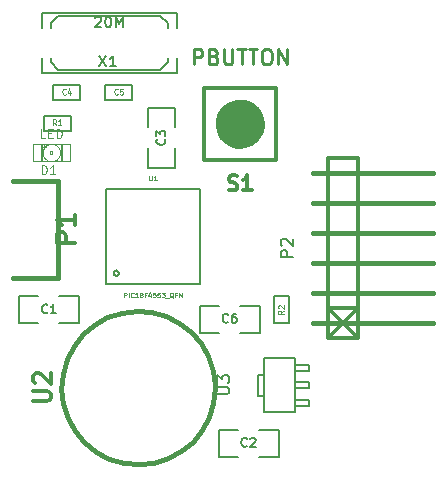
<source format=gto>
G04 (created by PCBNEW-RS274X (2012-01-19 BZR 3256)-stable) date Fri 09 Mar 2012 12:00:35 PM CET*
G01*
G70*
G90*
%MOIN*%
G04 Gerber Fmt 3.4, Leading zero omitted, Abs format*
%FSLAX34Y34*%
G04 APERTURE LIST*
%ADD10C,0.006000*%
%ADD11C,0.005000*%
%ADD12C,0.007900*%
%ADD13C,0.008000*%
%ADD14C,0.012000*%
%ADD15C,0.015000*%
%ADD16C,0.100000*%
%ADD17C,0.002600*%
%ADD18C,0.004000*%
%ADD19C,0.004500*%
%ADD20C,0.003100*%
%ADD21C,0.012500*%
%ADD22C,0.010000*%
%ADD23C,0.003500*%
G04 APERTURE END LIST*
G54D10*
G54D11*
X34528Y-31085D02*
X34528Y-30885D01*
X34528Y-30885D02*
X34058Y-30885D01*
X34528Y-31085D02*
X34058Y-31085D01*
X34528Y-31675D02*
X34058Y-31675D01*
X34528Y-31475D02*
X34058Y-31475D01*
X34528Y-31675D02*
X34528Y-31475D01*
X34528Y-32265D02*
X34528Y-32065D01*
X34528Y-32065D02*
X34058Y-32065D01*
X34528Y-32265D02*
X34058Y-32265D01*
X32833Y-31930D02*
X32833Y-31220D01*
X32833Y-31220D02*
X33028Y-31220D01*
X32833Y-31930D02*
X33028Y-31930D01*
X34058Y-32480D02*
X33028Y-32480D01*
X33028Y-32480D02*
X33028Y-30670D01*
X33028Y-30670D02*
X34058Y-30670D01*
X34058Y-30670D02*
X34058Y-32480D01*
X26866Y-29505D02*
X26866Y-28605D01*
X26866Y-28605D02*
X26216Y-28605D01*
X25516Y-29505D02*
X24866Y-29505D01*
X24866Y-29505D02*
X24866Y-28605D01*
X24866Y-28605D02*
X25516Y-28605D01*
X26216Y-29505D02*
X26866Y-29505D01*
X31520Y-33054D02*
X31520Y-33954D01*
X31520Y-33954D02*
X32170Y-33954D01*
X32870Y-33054D02*
X33520Y-33054D01*
X33520Y-33054D02*
X33520Y-33954D01*
X33520Y-33954D02*
X32870Y-33954D01*
X32170Y-33054D02*
X31520Y-33054D01*
X29176Y-24327D02*
X30076Y-24327D01*
X30076Y-24327D02*
X30076Y-23677D01*
X29176Y-22977D02*
X29176Y-22327D01*
X29176Y-22327D02*
X30076Y-22327D01*
X30076Y-22327D02*
X30076Y-22977D01*
X29176Y-23677D02*
X29176Y-24327D01*
X32890Y-29820D02*
X32890Y-28920D01*
X32890Y-28920D02*
X32240Y-28920D01*
X31540Y-29820D02*
X30890Y-29820D01*
X30890Y-29820D02*
X30890Y-28920D01*
X30890Y-28920D02*
X31540Y-28920D01*
X32240Y-29820D02*
X32890Y-29820D01*
X26007Y-21561D02*
X26907Y-21561D01*
X26907Y-21561D02*
X26907Y-22061D01*
X26907Y-22061D02*
X26007Y-22061D01*
X26007Y-22061D02*
X26007Y-21561D01*
X28639Y-22061D02*
X27739Y-22061D01*
X27739Y-22061D02*
X27739Y-21561D01*
X27739Y-21561D02*
X28639Y-21561D01*
X28639Y-21561D02*
X28639Y-22061D01*
X33372Y-29505D02*
X33372Y-28605D01*
X33372Y-28605D02*
X33872Y-28605D01*
X33872Y-28605D02*
X33872Y-29505D01*
X33872Y-29505D02*
X33372Y-29505D01*
X25692Y-22585D02*
X26592Y-22585D01*
X26592Y-22585D02*
X26592Y-23085D01*
X26592Y-23085D02*
X25692Y-23085D01*
X25692Y-23085D02*
X25692Y-22585D01*
G54D12*
X28198Y-27834D02*
X28196Y-27850D01*
X28191Y-27867D01*
X28183Y-27882D01*
X28172Y-27895D01*
X28159Y-27906D01*
X28144Y-27914D01*
X28128Y-27919D01*
X28111Y-27920D01*
X28095Y-27919D01*
X28079Y-27914D01*
X28064Y-27906D01*
X28051Y-27896D01*
X28040Y-27883D01*
X28032Y-27868D01*
X28026Y-27852D01*
X28025Y-27835D01*
X28026Y-27819D01*
X28031Y-27802D01*
X28038Y-27787D01*
X28049Y-27774D01*
X28062Y-27763D01*
X28077Y-27755D01*
X28093Y-27750D01*
X28110Y-27748D01*
X28126Y-27749D01*
X28142Y-27753D01*
X28157Y-27761D01*
X28170Y-27771D01*
X28182Y-27784D01*
X28190Y-27799D01*
X28195Y-27815D01*
X28197Y-27832D01*
X28198Y-27834D01*
X27756Y-28189D02*
X30906Y-28189D01*
X30906Y-28189D02*
X30906Y-25039D01*
X30906Y-25039D02*
X27756Y-25039D01*
X27756Y-25039D02*
X27756Y-28189D01*
G54D13*
X29824Y-20807D02*
X29824Y-20657D01*
X29824Y-19507D02*
X29824Y-19657D01*
X25924Y-19507D02*
X25924Y-19657D01*
X25924Y-20807D02*
X25924Y-20657D01*
X25624Y-21157D02*
X25624Y-20657D01*
X25624Y-19157D02*
X25624Y-19657D01*
X30124Y-19157D02*
X30124Y-19657D01*
X30124Y-21157D02*
X30124Y-20657D01*
X29824Y-19507D02*
X29574Y-19257D01*
X29574Y-19257D02*
X26174Y-19257D01*
X26174Y-19257D02*
X25924Y-19507D01*
X25924Y-20807D02*
X26174Y-21057D01*
X26174Y-21057D02*
X29574Y-21057D01*
X29574Y-21057D02*
X29824Y-20807D01*
X25624Y-19157D02*
X30124Y-19157D01*
X30124Y-21157D02*
X25624Y-21157D01*
G54D14*
X36185Y-30008D02*
X35185Y-29008D01*
X35185Y-29008D02*
X36185Y-29008D01*
X36185Y-29008D02*
X35185Y-30008D01*
G54D15*
X34685Y-29508D02*
X38685Y-29508D01*
X34685Y-24508D02*
X38685Y-24508D01*
X34685Y-25508D02*
X38685Y-25508D01*
X34685Y-26508D02*
X38685Y-26508D01*
X38685Y-27508D02*
X34685Y-27508D01*
X34685Y-28508D02*
X38685Y-28508D01*
G54D14*
X36185Y-30008D02*
X35185Y-30008D01*
X35185Y-30008D02*
X35185Y-24008D01*
X35185Y-24008D02*
X36185Y-24008D01*
X36185Y-24008D02*
X36185Y-30008D01*
X33444Y-24074D02*
X31044Y-24074D01*
X31044Y-24074D02*
X31044Y-21674D01*
X31044Y-21674D02*
X33444Y-21674D01*
X33444Y-21674D02*
X33444Y-24074D01*
G54D16*
X32560Y-22874D02*
X32553Y-22935D01*
X32536Y-22994D01*
X32507Y-23048D01*
X32468Y-23096D01*
X32420Y-23135D01*
X32366Y-23165D01*
X32307Y-23183D01*
X32246Y-23189D01*
X32185Y-23184D01*
X32126Y-23166D01*
X32071Y-23138D01*
X32023Y-23099D01*
X31984Y-23052D01*
X31954Y-22998D01*
X31935Y-22939D01*
X31929Y-22878D01*
X31934Y-22817D01*
X31951Y-22758D01*
X31979Y-22703D01*
X32017Y-22655D01*
X32064Y-22615D01*
X32118Y-22585D01*
X32177Y-22566D01*
X32238Y-22559D01*
X32298Y-22563D01*
X32358Y-22580D01*
X32413Y-22608D01*
X32461Y-22646D01*
X32502Y-22692D01*
X32532Y-22746D01*
X32552Y-22804D01*
X32559Y-22866D01*
X32560Y-22874D01*
G54D15*
X31398Y-31654D02*
X31349Y-32151D01*
X31204Y-32629D01*
X30970Y-33070D01*
X30654Y-33457D01*
X30269Y-33775D01*
X29830Y-34013D01*
X29353Y-34160D01*
X28856Y-34212D01*
X28360Y-34167D01*
X27881Y-34026D01*
X27438Y-33795D01*
X27049Y-33482D01*
X26728Y-33099D01*
X26487Y-32662D01*
X26336Y-32186D01*
X26281Y-31689D01*
X26323Y-31193D01*
X26460Y-30712D01*
X26688Y-30268D01*
X26999Y-29877D01*
X27379Y-29553D01*
X27815Y-29310D01*
X28290Y-29155D01*
X28786Y-29096D01*
X29283Y-29134D01*
X29764Y-29269D01*
X30210Y-29494D01*
X30603Y-29801D01*
X30930Y-30179D01*
X31176Y-30614D01*
X31334Y-31088D01*
X31397Y-31583D01*
X31398Y-31654D01*
X26161Y-26378D02*
X26161Y-24764D01*
X26122Y-24764D02*
X24665Y-24764D01*
X26161Y-26378D02*
X26161Y-27992D01*
X26161Y-27992D02*
X24665Y-27992D01*
G54D17*
X25984Y-23780D02*
X25906Y-23780D01*
X25906Y-23780D02*
X25906Y-23858D01*
X25984Y-23858D02*
X25906Y-23858D01*
X25984Y-23780D02*
X25984Y-23858D01*
X25768Y-23544D02*
X25631Y-23544D01*
X25631Y-23544D02*
X25631Y-23642D01*
X25768Y-23642D02*
X25631Y-23642D01*
X25768Y-23544D02*
X25768Y-23642D01*
X25631Y-23544D02*
X25591Y-23544D01*
X25591Y-23544D02*
X25591Y-24015D01*
X25631Y-24015D02*
X25591Y-24015D01*
X25631Y-23544D02*
X25631Y-24015D01*
X25631Y-24035D02*
X25591Y-24035D01*
X25591Y-24035D02*
X25591Y-24094D01*
X25631Y-24094D02*
X25591Y-24094D01*
X25631Y-24035D02*
X25631Y-24094D01*
X26299Y-23544D02*
X26259Y-23544D01*
X26259Y-23544D02*
X26259Y-24015D01*
X26299Y-24015D02*
X26259Y-24015D01*
X26299Y-23544D02*
X26299Y-24015D01*
X26299Y-24035D02*
X26259Y-24035D01*
X26259Y-24035D02*
X26259Y-24094D01*
X26299Y-24094D02*
X26259Y-24094D01*
X26299Y-24035D02*
X26299Y-24094D01*
X25768Y-23544D02*
X25709Y-23544D01*
X25709Y-23544D02*
X25709Y-23642D01*
X25768Y-23642D02*
X25709Y-23642D01*
X25768Y-23544D02*
X25768Y-23642D01*
G54D18*
X25335Y-23524D02*
X26555Y-23524D01*
X26555Y-23524D02*
X26555Y-24114D01*
X26555Y-24114D02*
X25335Y-24114D01*
X25335Y-24114D02*
X25335Y-23524D01*
X26159Y-23623D02*
X26141Y-23605D01*
X26122Y-23589D01*
X26101Y-23574D01*
X26079Y-23562D01*
X26056Y-23551D01*
X26032Y-23542D01*
X26008Y-23536D01*
X25983Y-23531D01*
X25958Y-23529D01*
X25933Y-23529D01*
X25908Y-23531D01*
X25883Y-23535D01*
X25858Y-23542D01*
X25835Y-23550D01*
X25812Y-23561D01*
X25790Y-23574D01*
X25769Y-23588D01*
X25749Y-23605D01*
X25731Y-23623D01*
X25730Y-23624D01*
X26160Y-24014D02*
X26176Y-23995D01*
X26190Y-23974D01*
X26203Y-23952D01*
X26214Y-23929D01*
X26222Y-23905D01*
X26229Y-23880D01*
X26233Y-23855D01*
X26235Y-23830D01*
X26235Y-23806D01*
X26233Y-23781D01*
X26228Y-23756D01*
X26222Y-23731D01*
X26213Y-23707D01*
X26202Y-23684D01*
X26189Y-23662D01*
X26175Y-23642D01*
X26160Y-23624D01*
X25731Y-24015D02*
X25749Y-24033D01*
X25768Y-24049D01*
X25789Y-24064D01*
X25811Y-24076D01*
X25834Y-24087D01*
X25858Y-24096D01*
X25882Y-24102D01*
X25907Y-24107D01*
X25932Y-24109D01*
X25957Y-24109D01*
X25982Y-24107D01*
X26007Y-24103D01*
X26032Y-24096D01*
X26055Y-24088D01*
X26078Y-24077D01*
X26100Y-24064D01*
X26121Y-24050D01*
X26141Y-24033D01*
X26159Y-24015D01*
X26160Y-24014D01*
X25730Y-23624D02*
X25714Y-23643D01*
X25700Y-23664D01*
X25687Y-23686D01*
X25676Y-23709D01*
X25668Y-23733D01*
X25661Y-23758D01*
X25657Y-23783D01*
X25655Y-23808D01*
X25655Y-23832D01*
X25657Y-23857D01*
X25662Y-23882D01*
X25668Y-23907D01*
X25677Y-23931D01*
X25688Y-23954D01*
X25701Y-23976D01*
X25715Y-23996D01*
X25730Y-24014D01*
G54D12*
X31478Y-31865D02*
X31797Y-31865D01*
X31835Y-31846D01*
X31854Y-31828D01*
X31872Y-31790D01*
X31872Y-31715D01*
X31854Y-31678D01*
X31835Y-31659D01*
X31797Y-31640D01*
X31478Y-31640D01*
X31478Y-31490D02*
X31478Y-31246D01*
X31629Y-31377D01*
X31629Y-31321D01*
X31647Y-31283D01*
X31666Y-31265D01*
X31704Y-31246D01*
X31797Y-31246D01*
X31835Y-31265D01*
X31854Y-31283D01*
X31872Y-31321D01*
X31872Y-31433D01*
X31854Y-31471D01*
X31835Y-31490D01*
G54D11*
X25816Y-29148D02*
X25802Y-29162D01*
X25759Y-29176D01*
X25730Y-29176D01*
X25687Y-29162D01*
X25659Y-29134D01*
X25644Y-29105D01*
X25630Y-29048D01*
X25630Y-29005D01*
X25644Y-28948D01*
X25659Y-28919D01*
X25687Y-28891D01*
X25730Y-28876D01*
X25759Y-28876D01*
X25802Y-28891D01*
X25816Y-28905D01*
X26102Y-29176D02*
X25930Y-29176D01*
X26016Y-29176D02*
X26016Y-28876D01*
X25987Y-28919D01*
X25959Y-28948D01*
X25930Y-28962D01*
X32470Y-33597D02*
X32456Y-33611D01*
X32413Y-33625D01*
X32384Y-33625D01*
X32341Y-33611D01*
X32313Y-33583D01*
X32298Y-33554D01*
X32284Y-33497D01*
X32284Y-33454D01*
X32298Y-33397D01*
X32313Y-33368D01*
X32341Y-33340D01*
X32384Y-33325D01*
X32413Y-33325D01*
X32456Y-33340D01*
X32470Y-33354D01*
X32584Y-33354D02*
X32598Y-33340D01*
X32627Y-33325D01*
X32698Y-33325D01*
X32727Y-33340D01*
X32741Y-33354D01*
X32756Y-33383D01*
X32756Y-33411D01*
X32741Y-33454D01*
X32570Y-33625D01*
X32756Y-33625D01*
X29719Y-23377D02*
X29733Y-23391D01*
X29747Y-23434D01*
X29747Y-23463D01*
X29733Y-23506D01*
X29705Y-23534D01*
X29676Y-23549D01*
X29619Y-23563D01*
X29576Y-23563D01*
X29519Y-23549D01*
X29490Y-23534D01*
X29462Y-23506D01*
X29447Y-23463D01*
X29447Y-23434D01*
X29462Y-23391D01*
X29476Y-23377D01*
X29447Y-23277D02*
X29447Y-23091D01*
X29562Y-23191D01*
X29562Y-23149D01*
X29576Y-23120D01*
X29590Y-23106D01*
X29619Y-23091D01*
X29690Y-23091D01*
X29719Y-23106D01*
X29733Y-23120D01*
X29747Y-23149D01*
X29747Y-23234D01*
X29733Y-23263D01*
X29719Y-23277D01*
X31840Y-29463D02*
X31826Y-29477D01*
X31783Y-29491D01*
X31754Y-29491D01*
X31711Y-29477D01*
X31683Y-29449D01*
X31668Y-29420D01*
X31654Y-29363D01*
X31654Y-29320D01*
X31668Y-29263D01*
X31683Y-29234D01*
X31711Y-29206D01*
X31754Y-29191D01*
X31783Y-29191D01*
X31826Y-29206D01*
X31840Y-29220D01*
X32097Y-29191D02*
X32040Y-29191D01*
X32011Y-29206D01*
X31997Y-29220D01*
X31968Y-29263D01*
X31954Y-29320D01*
X31954Y-29434D01*
X31968Y-29463D01*
X31983Y-29477D01*
X32011Y-29491D01*
X32068Y-29491D01*
X32097Y-29477D01*
X32111Y-29463D01*
X32126Y-29434D01*
X32126Y-29363D01*
X32111Y-29334D01*
X32097Y-29320D01*
X32068Y-29306D01*
X32011Y-29306D01*
X31983Y-29320D01*
X31968Y-29334D01*
X31954Y-29363D01*
G54D19*
X26428Y-21873D02*
X26419Y-21882D01*
X26393Y-21892D01*
X26376Y-21892D01*
X26351Y-21882D01*
X26333Y-21863D01*
X26325Y-21844D01*
X26316Y-21806D01*
X26316Y-21778D01*
X26325Y-21740D01*
X26333Y-21721D01*
X26351Y-21701D01*
X26376Y-21692D01*
X26393Y-21692D01*
X26419Y-21701D01*
X26428Y-21711D01*
X26582Y-21759D02*
X26582Y-21892D01*
X26539Y-21682D02*
X26496Y-21825D01*
X26608Y-21825D01*
X28160Y-21873D02*
X28151Y-21882D01*
X28125Y-21892D01*
X28108Y-21892D01*
X28083Y-21882D01*
X28065Y-21863D01*
X28057Y-21844D01*
X28048Y-21806D01*
X28048Y-21778D01*
X28057Y-21740D01*
X28065Y-21721D01*
X28083Y-21701D01*
X28108Y-21692D01*
X28125Y-21692D01*
X28151Y-21701D01*
X28160Y-21711D01*
X28323Y-21692D02*
X28237Y-21692D01*
X28228Y-21787D01*
X28237Y-21778D01*
X28254Y-21768D01*
X28297Y-21768D01*
X28314Y-21778D01*
X28323Y-21787D01*
X28331Y-21806D01*
X28331Y-21854D01*
X28323Y-21873D01*
X28314Y-21882D01*
X28297Y-21892D01*
X28254Y-21892D01*
X28237Y-21882D01*
X28228Y-21873D01*
X33703Y-29084D02*
X33608Y-29144D01*
X33703Y-29187D02*
X33503Y-29187D01*
X33503Y-29119D01*
X33512Y-29101D01*
X33522Y-29093D01*
X33541Y-29084D01*
X33570Y-29084D01*
X33589Y-29093D01*
X33598Y-29101D01*
X33608Y-29119D01*
X33608Y-29187D01*
X33522Y-29016D02*
X33512Y-29007D01*
X33503Y-28990D01*
X33503Y-28947D01*
X33512Y-28930D01*
X33522Y-28921D01*
X33541Y-28913D01*
X33560Y-28913D01*
X33589Y-28921D01*
X33703Y-29024D01*
X33703Y-28913D01*
X26113Y-22916D02*
X26053Y-22821D01*
X26010Y-22916D02*
X26010Y-22716D01*
X26078Y-22716D01*
X26096Y-22725D01*
X26104Y-22735D01*
X26113Y-22754D01*
X26113Y-22783D01*
X26104Y-22802D01*
X26096Y-22811D01*
X26078Y-22821D01*
X26010Y-22821D01*
X26284Y-22916D02*
X26181Y-22916D01*
X26233Y-22916D02*
X26233Y-22716D01*
X26216Y-22745D01*
X26198Y-22764D01*
X26181Y-22773D01*
G54D20*
X29211Y-24591D02*
X29211Y-24718D01*
X29219Y-24733D01*
X29226Y-24741D01*
X29241Y-24748D01*
X29271Y-24748D01*
X29286Y-24741D01*
X29294Y-24733D01*
X29301Y-24718D01*
X29301Y-24591D01*
X29458Y-24748D02*
X29368Y-24748D01*
X29413Y-24748D02*
X29413Y-24591D01*
X29398Y-24613D01*
X29383Y-24628D01*
X29368Y-24636D01*
X28365Y-28646D02*
X28365Y-28489D01*
X28425Y-28489D01*
X28440Y-28497D01*
X28448Y-28504D01*
X28455Y-28519D01*
X28455Y-28541D01*
X28448Y-28556D01*
X28440Y-28564D01*
X28425Y-28571D01*
X28365Y-28571D01*
X28522Y-28646D02*
X28522Y-28489D01*
X28687Y-28631D02*
X28680Y-28639D01*
X28657Y-28646D01*
X28642Y-28646D01*
X28620Y-28639D01*
X28605Y-28624D01*
X28597Y-28609D01*
X28590Y-28579D01*
X28590Y-28556D01*
X28597Y-28526D01*
X28605Y-28511D01*
X28620Y-28497D01*
X28642Y-28489D01*
X28657Y-28489D01*
X28680Y-28497D01*
X28687Y-28504D01*
X28837Y-28646D02*
X28747Y-28646D01*
X28792Y-28646D02*
X28792Y-28489D01*
X28777Y-28511D01*
X28762Y-28526D01*
X28747Y-28534D01*
X28927Y-28556D02*
X28912Y-28549D01*
X28904Y-28541D01*
X28897Y-28526D01*
X28897Y-28519D01*
X28904Y-28504D01*
X28912Y-28497D01*
X28927Y-28489D01*
X28957Y-28489D01*
X28972Y-28497D01*
X28979Y-28504D01*
X28987Y-28519D01*
X28987Y-28526D01*
X28979Y-28541D01*
X28972Y-28549D01*
X28957Y-28556D01*
X28927Y-28556D01*
X28912Y-28564D01*
X28904Y-28571D01*
X28897Y-28586D01*
X28897Y-28616D01*
X28904Y-28631D01*
X28912Y-28639D01*
X28927Y-28646D01*
X28957Y-28646D01*
X28972Y-28639D01*
X28979Y-28631D01*
X28987Y-28616D01*
X28987Y-28586D01*
X28979Y-28571D01*
X28972Y-28564D01*
X28957Y-28556D01*
X29107Y-28564D02*
X29054Y-28564D01*
X29054Y-28646D02*
X29054Y-28489D01*
X29129Y-28489D01*
X29257Y-28541D02*
X29257Y-28646D01*
X29219Y-28482D02*
X29182Y-28594D01*
X29279Y-28594D01*
X29414Y-28489D02*
X29339Y-28489D01*
X29332Y-28564D01*
X29339Y-28556D01*
X29354Y-28549D01*
X29392Y-28549D01*
X29407Y-28556D01*
X29414Y-28564D01*
X29422Y-28579D01*
X29422Y-28616D01*
X29414Y-28631D01*
X29407Y-28639D01*
X29392Y-28646D01*
X29354Y-28646D01*
X29339Y-28639D01*
X29332Y-28631D01*
X29564Y-28489D02*
X29489Y-28489D01*
X29482Y-28564D01*
X29489Y-28556D01*
X29504Y-28549D01*
X29542Y-28549D01*
X29557Y-28556D01*
X29564Y-28564D01*
X29572Y-28579D01*
X29572Y-28616D01*
X29564Y-28631D01*
X29557Y-28639D01*
X29542Y-28646D01*
X29504Y-28646D01*
X29489Y-28639D01*
X29482Y-28631D01*
X29624Y-28489D02*
X29722Y-28489D01*
X29669Y-28549D01*
X29692Y-28549D01*
X29707Y-28556D01*
X29714Y-28564D01*
X29722Y-28579D01*
X29722Y-28616D01*
X29714Y-28631D01*
X29707Y-28639D01*
X29692Y-28646D01*
X29647Y-28646D01*
X29632Y-28639D01*
X29624Y-28631D01*
X29752Y-28661D02*
X29872Y-28661D01*
X30014Y-28661D02*
X29999Y-28654D01*
X29984Y-28639D01*
X29962Y-28616D01*
X29947Y-28609D01*
X29932Y-28609D01*
X29939Y-28646D02*
X29924Y-28639D01*
X29909Y-28624D01*
X29902Y-28594D01*
X29902Y-28541D01*
X29909Y-28511D01*
X29924Y-28497D01*
X29939Y-28489D01*
X29969Y-28489D01*
X29984Y-28497D01*
X29999Y-28511D01*
X30007Y-28541D01*
X30007Y-28594D01*
X29999Y-28624D01*
X29984Y-28639D01*
X29969Y-28646D01*
X29939Y-28646D01*
X30126Y-28564D02*
X30073Y-28564D01*
X30073Y-28646D02*
X30073Y-28489D01*
X30148Y-28489D01*
X30208Y-28646D02*
X30208Y-28489D01*
X30298Y-28646D01*
X30298Y-28489D01*
G54D13*
X27541Y-20599D02*
X27774Y-20949D01*
X27774Y-20599D02*
X27541Y-20949D01*
X28091Y-20949D02*
X27891Y-20949D01*
X27991Y-20949D02*
X27991Y-20599D01*
X27957Y-20649D01*
X27924Y-20682D01*
X27891Y-20699D01*
X27408Y-19332D02*
X27424Y-19315D01*
X27458Y-19299D01*
X27541Y-19299D01*
X27574Y-19315D01*
X27591Y-19332D01*
X27608Y-19365D01*
X27608Y-19399D01*
X27591Y-19449D01*
X27391Y-19649D01*
X27608Y-19649D01*
X27824Y-19299D02*
X27857Y-19299D01*
X27891Y-19315D01*
X27907Y-19332D01*
X27924Y-19365D01*
X27941Y-19432D01*
X27941Y-19515D01*
X27924Y-19582D01*
X27907Y-19615D01*
X27891Y-19632D01*
X27857Y-19649D01*
X27824Y-19649D01*
X27791Y-19632D01*
X27774Y-19615D01*
X27757Y-19582D01*
X27741Y-19515D01*
X27741Y-19432D01*
X27757Y-19365D01*
X27774Y-19332D01*
X27791Y-19315D01*
X27824Y-19299D01*
X28090Y-19649D02*
X28090Y-19299D01*
X28207Y-19549D01*
X28324Y-19299D01*
X28324Y-19649D01*
X33997Y-27303D02*
X33597Y-27303D01*
X33597Y-27150D01*
X33616Y-27112D01*
X33635Y-27093D01*
X33673Y-27074D01*
X33730Y-27074D01*
X33768Y-27093D01*
X33787Y-27112D01*
X33806Y-27150D01*
X33806Y-27303D01*
X33635Y-26922D02*
X33616Y-26903D01*
X33597Y-26865D01*
X33597Y-26769D01*
X33616Y-26731D01*
X33635Y-26712D01*
X33673Y-26693D01*
X33711Y-26693D01*
X33768Y-26712D01*
X33997Y-26941D01*
X33997Y-26693D01*
G54D21*
X31863Y-25053D02*
X31935Y-25076D01*
X32054Y-25076D01*
X32101Y-25053D01*
X32125Y-25029D01*
X32149Y-24981D01*
X32149Y-24934D01*
X32125Y-24886D01*
X32101Y-24862D01*
X32054Y-24838D01*
X31958Y-24814D01*
X31911Y-24791D01*
X31887Y-24767D01*
X31863Y-24719D01*
X31863Y-24672D01*
X31887Y-24624D01*
X31911Y-24600D01*
X31958Y-24576D01*
X32078Y-24576D01*
X32149Y-24600D01*
X32625Y-25076D02*
X32339Y-25076D01*
X32482Y-25076D02*
X32482Y-24576D01*
X32434Y-24648D01*
X32387Y-24695D01*
X32339Y-24719D01*
G54D22*
X30696Y-20876D02*
X30696Y-20376D01*
X30887Y-20376D01*
X30934Y-20400D01*
X30958Y-20424D01*
X30982Y-20472D01*
X30982Y-20543D01*
X30958Y-20591D01*
X30934Y-20614D01*
X30887Y-20638D01*
X30696Y-20638D01*
X31363Y-20614D02*
X31434Y-20638D01*
X31458Y-20662D01*
X31482Y-20710D01*
X31482Y-20781D01*
X31458Y-20829D01*
X31434Y-20853D01*
X31387Y-20876D01*
X31196Y-20876D01*
X31196Y-20376D01*
X31363Y-20376D01*
X31410Y-20400D01*
X31434Y-20424D01*
X31458Y-20472D01*
X31458Y-20519D01*
X31434Y-20567D01*
X31410Y-20591D01*
X31363Y-20614D01*
X31196Y-20614D01*
X31696Y-20376D02*
X31696Y-20781D01*
X31720Y-20829D01*
X31744Y-20853D01*
X31791Y-20876D01*
X31887Y-20876D01*
X31934Y-20853D01*
X31958Y-20829D01*
X31982Y-20781D01*
X31982Y-20376D01*
X32149Y-20376D02*
X32434Y-20376D01*
X32291Y-20876D02*
X32291Y-20376D01*
X32530Y-20376D02*
X32815Y-20376D01*
X32672Y-20876D02*
X32672Y-20376D01*
X33077Y-20376D02*
X33173Y-20376D01*
X33220Y-20400D01*
X33268Y-20448D01*
X33292Y-20543D01*
X33292Y-20710D01*
X33268Y-20805D01*
X33220Y-20853D01*
X33173Y-20876D01*
X33077Y-20876D01*
X33030Y-20853D01*
X32982Y-20805D01*
X32958Y-20710D01*
X32958Y-20543D01*
X32982Y-20448D01*
X33030Y-20400D01*
X33077Y-20376D01*
X33506Y-20876D02*
X33506Y-20376D01*
X33792Y-20876D01*
X33792Y-20376D01*
G54D14*
X25332Y-32111D02*
X25818Y-32111D01*
X25875Y-32083D01*
X25903Y-32054D01*
X25932Y-31997D01*
X25932Y-31883D01*
X25903Y-31825D01*
X25875Y-31797D01*
X25818Y-31768D01*
X25332Y-31768D01*
X25389Y-31511D02*
X25360Y-31482D01*
X25332Y-31425D01*
X25332Y-31282D01*
X25360Y-31225D01*
X25389Y-31196D01*
X25446Y-31168D01*
X25503Y-31168D01*
X25589Y-31196D01*
X25932Y-31539D01*
X25932Y-31168D01*
X26719Y-26820D02*
X26119Y-26820D01*
X26119Y-26592D01*
X26147Y-26534D01*
X26176Y-26506D01*
X26233Y-26477D01*
X26319Y-26477D01*
X26376Y-26506D01*
X26405Y-26534D01*
X26433Y-26592D01*
X26433Y-26820D01*
X26719Y-25906D02*
X26719Y-26249D01*
X26719Y-26077D02*
X26119Y-26077D01*
X26205Y-26134D01*
X26262Y-26192D01*
X26290Y-26249D01*
G54D23*
X25623Y-24540D02*
X25623Y-24240D01*
X25695Y-24240D01*
X25738Y-24255D01*
X25766Y-24283D01*
X25781Y-24312D01*
X25795Y-24369D01*
X25795Y-24412D01*
X25781Y-24469D01*
X25766Y-24498D01*
X25738Y-24526D01*
X25695Y-24540D01*
X25623Y-24540D01*
X26081Y-24540D02*
X25909Y-24540D01*
X25995Y-24540D02*
X25995Y-24240D01*
X25966Y-24283D01*
X25938Y-24312D01*
X25909Y-24326D01*
X25752Y-23340D02*
X25609Y-23340D01*
X25609Y-23040D01*
X25852Y-23183D02*
X25952Y-23183D01*
X25995Y-23340D02*
X25852Y-23340D01*
X25852Y-23040D01*
X25995Y-23040D01*
X26123Y-23340D02*
X26123Y-23040D01*
X26195Y-23040D01*
X26238Y-23055D01*
X26266Y-23083D01*
X26281Y-23112D01*
X26295Y-23169D01*
X26295Y-23212D01*
X26281Y-23269D01*
X26266Y-23298D01*
X26238Y-23326D01*
X26195Y-23340D01*
X26123Y-23340D01*
M02*

</source>
